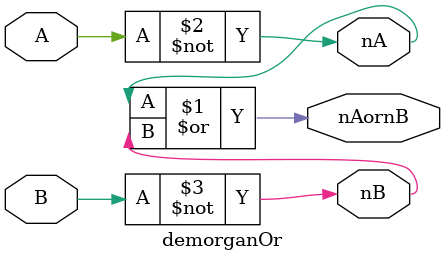
<source format=v>
module demorganOr
(
  input  A,          // Single bit inputs
  input  B,
  output nA,         // Output intermediate complemented inputs
  output nB,
  output nAornB     // Single bit output, (~A)+(~B)
);

  wire nA;
  wire nB;
  not Ainv(nA, A);
  not Binv(nB, B);
  or andgate(nAornB, nA, nB);

endmodule

</source>
